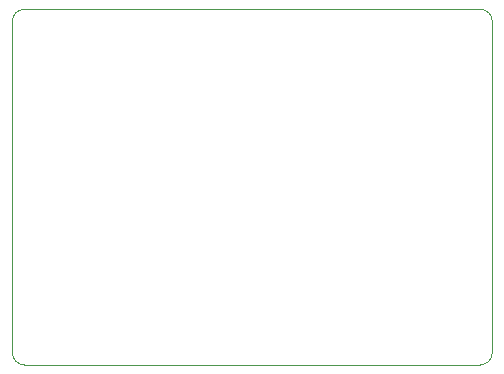
<source format=gbr>
%TF.GenerationSoftware,KiCad,Pcbnew,(5.1.4-0-10_14)*%
%TF.CreationDate,2019-08-17T10:21:19+03:00*%
%TF.ProjectId,Cooler_routed,436f6f6c-6572-45f7-926f-757465642e6b,rev?*%
%TF.SameCoordinates,Original*%
%TF.FileFunction,Profile,NP*%
%FSLAX46Y46*%
G04 Gerber Fmt 4.6, Leading zero omitted, Abs format (unit mm)*
G04 Created by KiCad (PCBNEW (5.1.4-0-10_14)) date 2019-08-17 10:21:19*
%MOMM*%
%LPD*%
G04 APERTURE LIST*
%ADD10C,0.050000*%
G04 APERTURE END LIST*
D10*
X231140000Y-113284000D02*
G75*
G02X230124000Y-114300000I-1016000J0D01*
G01*
X190500000Y-85217000D02*
G75*
G02X191516000Y-84201000I1016000J0D01*
G01*
X191516000Y-114300000D02*
G75*
G02X190500000Y-113284000I0J1016000D01*
G01*
X230124000Y-84201000D02*
G75*
G02X231140000Y-85217000I0J-1016000D01*
G01*
X191516000Y-84201000D02*
X230124000Y-84201000D01*
X190500000Y-113284000D02*
X190500000Y-85217000D01*
X230124000Y-114300000D02*
X191516000Y-114300000D01*
X231140000Y-85217000D02*
X231140000Y-113284000D01*
M02*

</source>
